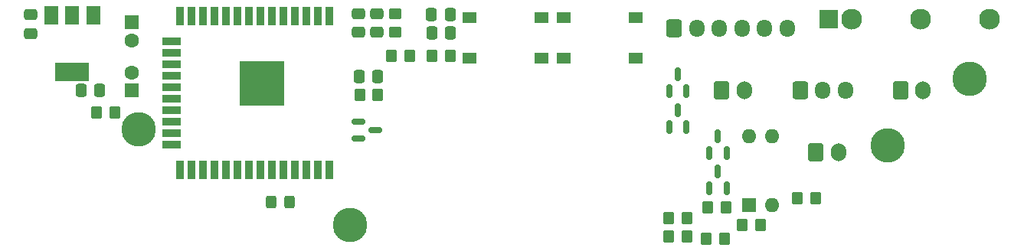
<source format=gts>
G04 #@! TF.GenerationSoftware,KiCad,Pcbnew,(6.0.1)*
G04 #@! TF.CreationDate,2022-03-20T15:01:40+01:00*
G04 #@! TF.ProjectId,ControlPanelESP,436f6e74-726f-46c5-9061-6e656c455350,rev?*
G04 #@! TF.SameCoordinates,Original*
G04 #@! TF.FileFunction,Soldermask,Top*
G04 #@! TF.FilePolarity,Negative*
%FSLAX46Y46*%
G04 Gerber Fmt 4.6, Leading zero omitted, Abs format (unit mm)*
G04 Created by KiCad (PCBNEW (6.0.1)) date 2022-03-20 15:01:40*
%MOMM*%
%LPD*%
G01*
G04 APERTURE LIST*
G04 Aperture macros list*
%AMRoundRect*
0 Rectangle with rounded corners*
0 $1 Rounding radius*
0 $2 $3 $4 $5 $6 $7 $8 $9 X,Y pos of 4 corners*
0 Add a 4 corners polygon primitive as box body*
4,1,4,$2,$3,$4,$5,$6,$7,$8,$9,$2,$3,0*
0 Add four circle primitives for the rounded corners*
1,1,$1+$1,$2,$3*
1,1,$1+$1,$4,$5*
1,1,$1+$1,$6,$7*
1,1,$1+$1,$8,$9*
0 Add four rect primitives between the rounded corners*
20,1,$1+$1,$2,$3,$4,$5,0*
20,1,$1+$1,$4,$5,$6,$7,0*
20,1,$1+$1,$6,$7,$8,$9,0*
20,1,$1+$1,$8,$9,$2,$3,0*%
G04 Aperture macros list end*
%ADD10RoundRect,0.150000X0.150000X-0.587500X0.150000X0.587500X-0.150000X0.587500X-0.150000X-0.587500X0*%
%ADD11RoundRect,0.250000X-0.337500X-0.475000X0.337500X-0.475000X0.337500X0.475000X-0.337500X0.475000X0*%
%ADD12RoundRect,0.250000X-0.600000X-0.725000X0.600000X-0.725000X0.600000X0.725000X-0.600000X0.725000X0*%
%ADD13O,1.700000X1.950000*%
%ADD14C,2.300000*%
%ADD15R,2.000000X2.000000*%
%ADD16RoundRect,0.250000X-0.350000X-0.450000X0.350000X-0.450000X0.350000X0.450000X-0.350000X0.450000X0*%
%ADD17RoundRect,0.250000X0.450000X-0.350000X0.450000X0.350000X-0.450000X0.350000X-0.450000X-0.350000X0*%
%ADD18R,1.550000X1.300000*%
%ADD19C,3.800000*%
%ADD20RoundRect,0.250000X-0.600000X-0.750000X0.600000X-0.750000X0.600000X0.750000X-0.600000X0.750000X0*%
%ADD21O,1.700000X2.000000*%
%ADD22RoundRect,0.250000X-0.475000X0.337500X-0.475000X-0.337500X0.475000X-0.337500X0.475000X0.337500X0*%
%ADD23RoundRect,0.150000X-0.587500X-0.150000X0.587500X-0.150000X0.587500X0.150000X-0.587500X0.150000X0*%
%ADD24RoundRect,0.250000X0.325000X0.450000X-0.325000X0.450000X-0.325000X-0.450000X0.325000X-0.450000X0*%
%ADD25R,0.900000X2.000000*%
%ADD26R,2.000000X0.900000*%
%ADD27R,5.000000X5.000000*%
%ADD28RoundRect,0.250000X0.337500X0.475000X-0.337500X0.475000X-0.337500X-0.475000X0.337500X-0.475000X0*%
%ADD29R,1.600000X1.600000*%
%ADD30C,1.600000*%
%ADD31O,1.600000X1.600000*%
%ADD32R,1.500000X2.000000*%
%ADD33R,3.800000X2.000000*%
%ADD34RoundRect,0.250000X0.350000X0.450000X-0.350000X0.450000X-0.350000X-0.450000X0.350000X-0.450000X0*%
G04 APERTURE END LIST*
D10*
X111064000Y-88440500D03*
X112964000Y-88440500D03*
X112014000Y-86565500D03*
X115509000Y-99235500D03*
X117409000Y-99235500D03*
X116459000Y-97360500D03*
D11*
X84793000Y-80010000D03*
X86868000Y-80010000D03*
D12*
X111606000Y-81517000D03*
D13*
X114106000Y-81517000D03*
X116606000Y-81517000D03*
X119106000Y-81517000D03*
X121606000Y-81517000D03*
X124106000Y-81517000D03*
D14*
X138824800Y-80503000D03*
D15*
X128664800Y-80503000D03*
D14*
X131204800Y-80503000D03*
X146444800Y-80503000D03*
D16*
X76867000Y-88900000D03*
X78867000Y-88900000D03*
D10*
X115509000Y-95298500D03*
X117409000Y-95298500D03*
X116459000Y-93423500D03*
D17*
X80772000Y-81883000D03*
X80772000Y-79883000D03*
D16*
X115189000Y-104775000D03*
X117189000Y-104775000D03*
X119142000Y-103251000D03*
X121142000Y-103251000D03*
D18*
X107353000Y-80300000D03*
X99403000Y-80300000D03*
X99403000Y-84800000D03*
X107353000Y-84800000D03*
D16*
X84852000Y-84582000D03*
X86852000Y-84582000D03*
D18*
X96939000Y-80300000D03*
X88989000Y-80300000D03*
X96939000Y-84800000D03*
X88989000Y-84800000D03*
D19*
X75819000Y-103251000D03*
D20*
X116860000Y-88375000D03*
D21*
X119360000Y-88375000D03*
D20*
X127294000Y-95250000D03*
D21*
X129794000Y-95250000D03*
D19*
X135255000Y-94488000D03*
D22*
X78740000Y-79861500D03*
X78740000Y-81936500D03*
D23*
X76708000Y-91826000D03*
X76708000Y-93726000D03*
X78583000Y-92776000D03*
D22*
X40513000Y-80010000D03*
X40513000Y-82085000D03*
D24*
X69088000Y-100711000D03*
X67038000Y-100711000D03*
D16*
X111014000Y-104521000D03*
X113014000Y-104521000D03*
D25*
X73540000Y-80130000D03*
X72270000Y-80130000D03*
X71000000Y-80130000D03*
X69730000Y-80130000D03*
X68460000Y-80130000D03*
X67190000Y-80130000D03*
X65920000Y-80130000D03*
X64650000Y-80130000D03*
X63380000Y-80130000D03*
X62110000Y-80130000D03*
X60840000Y-80130000D03*
X59570000Y-80130000D03*
X58300000Y-80130000D03*
X57030000Y-80130000D03*
D26*
X56030000Y-82915000D03*
X56030000Y-84185000D03*
X56030000Y-85455000D03*
X56030000Y-86725000D03*
X56030000Y-87995000D03*
X56030000Y-89265000D03*
X56030000Y-90535000D03*
X56030000Y-91805000D03*
X56030000Y-93075000D03*
X56030000Y-94345000D03*
D25*
X57030000Y-97130000D03*
X58300000Y-97130000D03*
X59570000Y-97130000D03*
X60840000Y-97130000D03*
X62110000Y-97130000D03*
X63380000Y-97130000D03*
X64650000Y-97130000D03*
X65920000Y-97130000D03*
X67190000Y-97130000D03*
X68460000Y-97130000D03*
X69730000Y-97130000D03*
X71000000Y-97130000D03*
X72270000Y-97130000D03*
X73540000Y-97130000D03*
D27*
X66040000Y-87630000D03*
D16*
X125222000Y-100330000D03*
X127222000Y-100330000D03*
D12*
X125556000Y-88392000D03*
D13*
X128056000Y-88392000D03*
X130556000Y-88392000D03*
D28*
X78867000Y-86868000D03*
X76792000Y-86868000D03*
D16*
X111014000Y-102489000D03*
X113014000Y-102489000D03*
D29*
X51689000Y-88392000D03*
D30*
X51689000Y-86392000D03*
D29*
X119883000Y-101082000D03*
D31*
X122423000Y-101082000D03*
X122423000Y-93462000D03*
X119883000Y-93462000D03*
D29*
X51689000Y-80832888D03*
D30*
X51689000Y-82832888D03*
D20*
X136652000Y-88392000D03*
D21*
X139152000Y-88392000D03*
D10*
X111064000Y-92426000D03*
X112964000Y-92426000D03*
X112014000Y-90551000D03*
D22*
X76708000Y-79861500D03*
X76708000Y-81936500D03*
D19*
X144272000Y-87122000D03*
X52451000Y-92710000D03*
D28*
X48133000Y-88392000D03*
X46058000Y-88392000D03*
D11*
X84814500Y-82042000D03*
X86889500Y-82042000D03*
D16*
X115332000Y-101346000D03*
X117332000Y-101346000D03*
D32*
X47385000Y-80035000D03*
X45085000Y-80035000D03*
D33*
X45085000Y-86335000D03*
D32*
X42785000Y-80035000D03*
D34*
X49784000Y-90805000D03*
X47784000Y-90805000D03*
X82391000Y-84582000D03*
X80391000Y-84582000D03*
M02*

</source>
